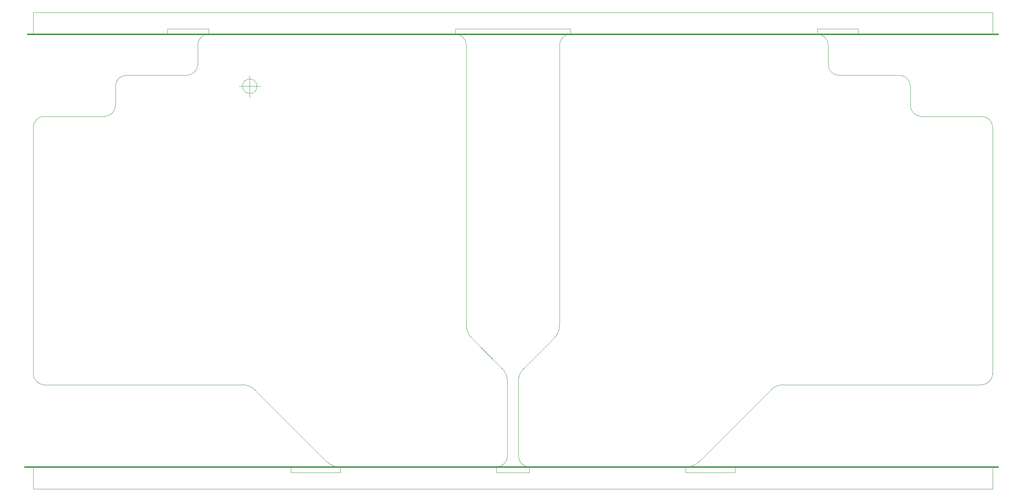
<source format=gm1>
%TF.GenerationSoftware,KiCad,Pcbnew,(6.0.7-1)-1*%
%TF.CreationDate,2022-08-07T12:05:37+08:00*%
%TF.ProjectId,Input,496e7075-742e-46b6-9963-61645f706362,2*%
%TF.SameCoordinates,PX7616b68PY48ab840*%
%TF.FileFunction,Profile,NP*%
%FSLAX46Y46*%
G04 Gerber Fmt 4.6, Leading zero omitted, Abs format (unit mm)*
G04 Created by KiCad (PCBNEW (6.0.7-1)-1) date 2022-08-07 12:05:37*
%MOMM*%
%LPD*%
G01*
G04 APERTURE LIST*
%TA.AperFunction,Profile*%
%ADD10C,0.300000*%
%TD*%
%TA.AperFunction,Profile*%
%ADD11C,0.120000*%
%TD*%
G04 APERTURE END LIST*
D10*
X-80645000Y-69215000D02*
X144780000Y-69215000D01*
X-80010000Y31115000D02*
X144780000Y31115000D01*
D11*
X143510000Y-69215000D02*
X83820000Y-69215000D01*
X21590030Y-36195001D02*
G75*
G03*
X22860000Y-39370000I4175570J-171299D01*
G01*
X83820000Y-70485000D02*
X83820000Y-69215000D01*
X-7620000Y-70485000D02*
X-19050000Y-70485000D01*
X-78740000Y-69215000D02*
X-78740000Y-74295000D01*
X31114970Y-49529999D02*
G75*
G03*
X29845000Y-46355000I-4175570J171299D01*
G01*
X143510000Y36195000D02*
X143510000Y31115000D01*
X95249999Y-50165030D02*
G75*
G03*
X92075000Y-51435000I-171299J-4175570D01*
G01*
X124460000Y14605000D02*
G75*
G03*
X127000000Y12065000I2540000J0D01*
G01*
X140970000Y12065000D02*
X127000000Y12065000D01*
X-78740000Y9525000D02*
X-78740000Y-47625000D01*
X41910021Y-39370022D02*
G75*
G03*
X43180000Y-36195000I-2905621J3003722D01*
G01*
X-38100000Y31115000D02*
X-38100000Y32385000D01*
X140970000Y-50165000D02*
G75*
G03*
X143510000Y-47625000I0J2540000D01*
G01*
X19050000Y32385000D02*
X45720000Y32385000D01*
X143510000Y-47625000D02*
X143510000Y9525000D01*
X-76200000Y12065000D02*
G75*
G03*
X-78740000Y9525000I0J-2540000D01*
G01*
X105410000Y24130000D02*
X105410000Y28575000D01*
X-10795022Y-67945021D02*
G75*
G03*
X-7620000Y-69215000I3003722J2905621D01*
G01*
X143510000Y36195000D02*
X-78740000Y36195000D01*
X-7620000Y-69215000D02*
X-7620000Y-70485000D01*
X-27304978Y-51434979D02*
G75*
G03*
X-30480000Y-50165000I-3003722J-2905621D01*
G01*
X92075000Y-51435000D02*
X75565000Y-67945000D01*
X-47625000Y32385000D02*
X-47625000Y31115000D01*
X-78740000Y31115000D02*
X-78740000Y36195000D01*
X28575000Y-70485000D02*
X36195000Y-70485000D01*
X-62230000Y12065000D02*
G75*
G03*
X-59690000Y14605000I0J2540000D01*
G01*
X-43180000Y21590000D02*
X-57150000Y21590000D01*
X105410000Y28575000D02*
G75*
G03*
X102870000Y31115000I-2540000J0D01*
G01*
X95250000Y-50165000D02*
X140970000Y-50165000D01*
X112395000Y32385000D02*
X102870000Y32385000D01*
X-10795000Y-67945000D02*
X-27305000Y-51435000D01*
X-78740000Y-47625000D02*
G75*
G03*
X-76200000Y-50165000I2540000J0D01*
G01*
X-43180000Y21590000D02*
G75*
G03*
X-40640000Y24130000I0J2540000D01*
G01*
X-57150000Y21590000D02*
G75*
G03*
X-59690000Y19050000I0J-2540000D01*
G01*
X45720000Y32385000D02*
X45720000Y31115000D01*
X33655000Y-66675000D02*
G75*
G03*
X36195000Y-69215000I2540000J0D01*
G01*
X-62230000Y12065000D02*
X-76200000Y12065000D01*
X-76200000Y-50165000D02*
X-30480000Y-50165000D01*
X143510000Y9525000D02*
G75*
G03*
X140970000Y12065000I-2540000J0D01*
G01*
X-19050000Y-69215000D02*
X-19050000Y-70485000D01*
X124460000Y19050000D02*
G75*
G03*
X121920000Y21590000I-2540000J0D01*
G01*
X102870000Y32385000D02*
X102870000Y31115000D01*
X-38100000Y31115000D02*
G75*
G03*
X-40640000Y28575000I0J-2540000D01*
G01*
X34924979Y-46354978D02*
G75*
G03*
X33655000Y-49530000I2905621J-3003722D01*
G01*
X143510000Y31115000D02*
X112395000Y31115000D01*
X33655000Y-66675000D02*
X33655000Y-49530000D01*
X-38100000Y32385000D02*
X-47625000Y32385000D01*
X29845000Y-46355000D02*
X22860000Y-39370000D01*
X28575000Y-69215000D02*
X28575000Y-70485000D01*
X72390001Y-69214970D02*
G75*
G03*
X75565000Y-67945000I171299J4175570D01*
G01*
X-40640000Y28575000D02*
X-40640000Y24130000D01*
X43180000Y28575000D02*
X43180000Y-36195000D01*
X-19050000Y-69215000D02*
X-78740000Y-69215000D01*
X36195000Y-70485000D02*
X36195000Y-69215000D01*
X72390000Y-70485000D02*
X72390000Y-69215000D01*
X41910000Y-39370000D02*
X34925000Y-46355000D01*
X105410000Y24130000D02*
G75*
G03*
X107950000Y21590000I2540000J0D01*
G01*
X28575000Y-69215000D02*
G75*
G03*
X31115000Y-66675000I0J2540000D01*
G01*
X31115000Y-49530000D02*
X31115000Y-66675000D01*
X143510000Y-74295000D02*
X-78740000Y-74295000D01*
X143510000Y-74295000D02*
X143510000Y-69215000D01*
X112395000Y31115000D02*
X112395000Y32385000D01*
X-47625000Y31115000D02*
X-78740000Y31115000D01*
X45720000Y31115000D02*
G75*
G03*
X43180000Y28575000I0J-2540000D01*
G01*
X19050000Y31115000D02*
X19050000Y32385000D01*
X121920000Y21590000D02*
X107950000Y21590000D01*
X-59690000Y19050000D02*
X-59690000Y14605000D01*
X124460000Y14605000D02*
X124460000Y19050000D01*
X21590000Y-36195000D02*
X21590000Y28575000D01*
X21590000Y28575000D02*
G75*
G03*
X19050000Y31115000I-2540000J0D01*
G01*
X83820000Y-70485000D02*
X72390000Y-70485000D01*
X-26908334Y19050000D02*
G75*
G03*
X-26908334Y19050000I-1666666J0D01*
G01*
X-31075000Y19050000D02*
X-26075000Y19050000D01*
X-28575000Y21550000D02*
X-28575000Y16550000D01*
X-26908334Y19050000D02*
G75*
G03*
X-26908334Y19050000I-1666666J0D01*
G01*
X-31075000Y19050000D02*
X-26075000Y19050000D01*
X-28575000Y21550000D02*
X-28575000Y16550000D01*
M02*

</source>
